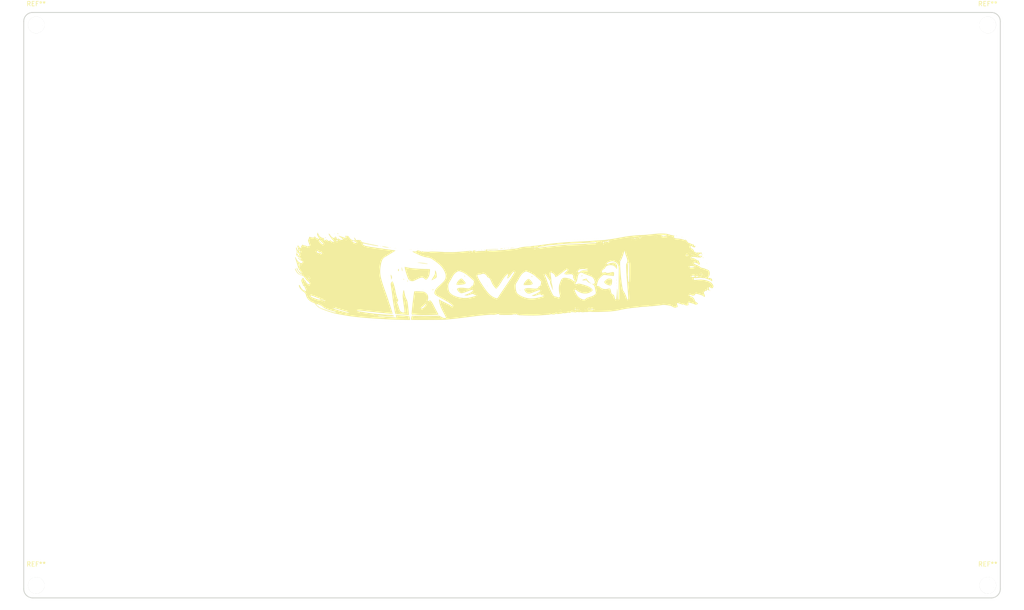
<source format=kicad_pcb>
(kicad_pcb (version 20240108) (generator "pcbnew") (generator_version "8.0")
  (layers (0 "F.Cu" signal) (31 "B.Cu" signal) (34 "B.Paste" user) (35 "F.Paste" user) (36 "B.SilkS" user "B.Silkscreen") (37 "F.SilkS" user "F.Silkscreen") (38 "B.Mask" user) (39 "F.Mask" user) (44 "Edge.Cuts" user))
  (net 0 "")
  (footprint "LOGO" (layer "F.Cu") (at 150.538445 87.942022 -8)
    (property "Reference" "G***" (hide yes))
    (property "Value" "LOGO" (hide yes))
  )
  (footprint "MountingHole:MountingHole_3.7mm" (layer "F.Cu") (at 256.672554 155.70371)
    (property "Reference" "REF**" (at 0 -4.7 0) (layer "F.SilkS"))
    (property "Value" "MountingHole_3.7mm")
    (pad "" np_thru_hole circle (at 0 0) (size 3.7 3.7) (drill 3.7) (layers "F&B.Cu" "*.Mask"))
  )
  (footprint "MountingHole:MountingHole_3.7mm" (layer "F.Cu") (at 45.031155 31.079508)
    (property "Reference" "REF**" (at 0 -4.7 0) (layer "F.SilkS"))
    (property "Value" "MountingHole_3.7mm")
    (pad "" np_thru_hole circle (at 0 0) (size 3.7 3.7) (drill 3.7) (layers "F&B.Cu" "*.Mask"))
  )
  (footprint "MountingHole:MountingHole_3.7mm" (layer "F.Cu") (at 45.030133 155.711587)
    (property "Reference" "REF**" (at 0 -4.7 0) (layer "F.SilkS"))
    (property "Value" "MountingHole_3.7mm")
    (pad "" np_thru_hole circle (at 0 0) (size 3.7 3.7) (drill 3.7) (layers "*.Cu" "*.Mask"))
  )
  (footprint "MountingHole:MountingHole_3.7mm" (layer "F.Cu") (at 256.657753 31.083925)
    (property "Reference" "REF**" (at 0 -4.7 0) (layer "F.SilkS"))
    (property "Value" "MountingHole_3.7mm")
    (pad "" np_thru_hole circle (at 0 0) (size 3.7 3.7) (drill 3.7) (layers "F&B.Cu" "*.Mask"))
  )
  (gr_circle (center 256.668019 155.718019) (end 258.418019 155.718019) (stroke (width 0.2)) (fill none) (layer "Edge.Cuts"))
  (gr_line (start 259.45 156.5) (end 259.45 30.3) (stroke (width 0.2)) (layer "Edge.Cuts"))
  (gr_arc (start 257.45 28.3) (mid 258.864214 28.885786) (end 259.45 30.3) (stroke (width 0.2)) (layer "Edge.Cuts"))
  (gr_circle (center 256.668019 31.081981) (end 258.418019 31.081981) (stroke (width 0.2)) (fill none) (layer "Edge.Cuts"))
  (gr_arc (start 259.45 156.5) (mid 258.864214 157.914214) (end 257.45 158.5) (stroke (width 0.2)) (layer "Edge.Cuts"))
  (gr_circle (center 45.031981 31.081981) (end 46.781981 31.081981) (stroke (width 0.2)) (fill none) (layer "Edge.Cuts"))
  (gr_line (start 42.25 156.5) (end 42.25 30.3) (stroke (width 0.2)) (layer "Edge.Cuts"))
  (gr_arc (start 42.25 30.3) (mid 42.835786 28.885786) (end 44.25 28.3) (stroke (width 0.2)) (layer "Edge.Cuts"))
  (gr_line (start 44.25 28.3) (end 257.45 28.3) (stroke (width 0.2)) (layer "Edge.Cuts"))
  (gr_arc (start 44.25 158.5) (mid 42.835786 157.914214) (end 42.25 156.5) (stroke (width 0.2)) (layer "Edge.Cuts"))
  (gr_circle (center 45.031981 155.718019) (end 46.781981 155.718019) (stroke (width 0.2)) (fill none) (layer "Edge.Cuts"))
  (gr_line (start 44.25 158.5) (end 257.45 158.5) (stroke (width 0.2)) (layer "Edge.Cuts"))
)
</source>
